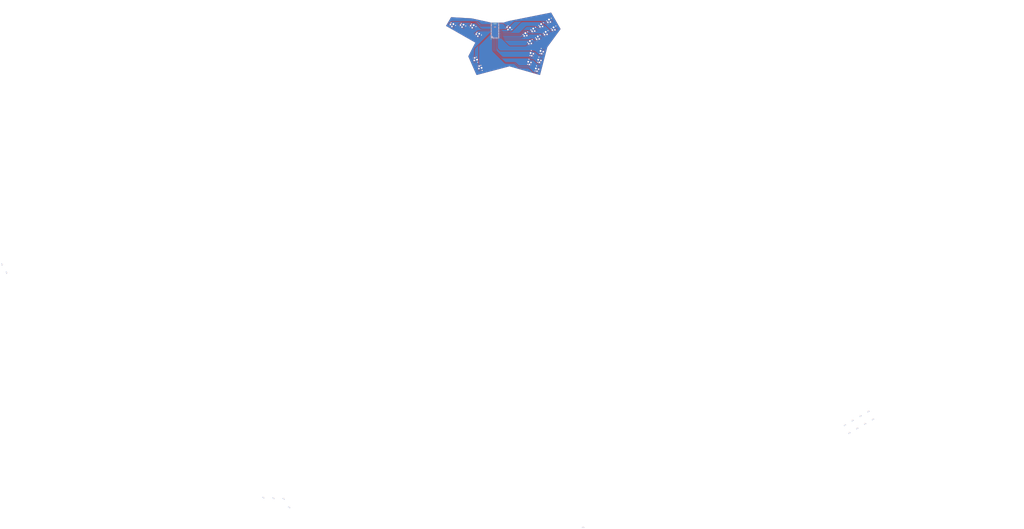
<source format=kicad_pcb>
(kicad_pcb (version 20221018) (generator pcbnew)
  (layers (0 "F.Cu" signal) (31 "B.Cu" signal) (34 "B.Paste" user) (35 "F.Paste" user) (36 "B.SilkS" user "B.Silkscreen") (37 "F.SilkS" user "F.Silkscreen") (38 "B.Mask" user) (39 "F.Mask" user) (44 "Edge.Cuts" user))
  (net 0 "")
  (net 1 "L key")
  (net 2 "GND")
  (net 3 "left")
  (net 4 "down")
  (net 5 "right")
  (net 6 "modx")
  (net 7 "mody")
  (net 8 "r_button")
  (net 9 "y_button")
  (net 10 "ls_button")
  (net 11 "ms_button")
  (net 12 "b_button")
  (net 13 "x_button")
  (net 14 "z_button")
  (net 15 "up")
  (net 16 "c-l")
  (net 17 "c-u")
  (net 18 "c-d")
  (net 19 "a_button")
  (net 20 "c-r")
  (net 21 "start")
  (footprint "PCM_marbastlib-xp-promicroish:Helios_AH_USBup" (layer "F.Cu") (at 128.143 65.659)
    (fp_text reference "U1")
    (fp_text value "Helios")
  )
  (footprint "Diode_SMD:D_SOD-123" (layer "B.Cu") (at -303.651121 1065.006242 150)
    (fp_text reference "D4")
    (fp_text value "1N4148W")
  )
  (footprint "Diode_SMD:D_SOD-123" (layer "B.Cu") (at -336.646689 1045.956242 150)
    (fp_text reference "D2")
    (fp_text value "1N4148W")
  )
  (footprint "PCM_marbastlib-choc:SW_choc_v1_HS_1u" (layer "B.Cu") (at 208.355076 60.027 -150)
    (fp_text reference "CH8")
    (fp_text value "choc_SW_HS")
  )
  (footprint "PCM_marbastlib-choc:SW_choc_v1_HS_1u" (layer "B.Cu") (at 197.823854 129.58342 -105)
    (fp_text reference "CH15")
    (fp_text value "choc_SW_HS")
  )
  (footprint "PCM_marbastlib-choc:SW_choc_v1_HS_1u" (layer "B.Cu") (at 202.754357 111.182533 -105)
    (fp_text reference "CH16")
    (fp_text value "choc_SW_HS")
  )
  (footprint "PCM_marbastlib-choc:SW_choc_v1_HS_1u" (layer "B.Cu") (at 218.689992 125.313479 -105)
    (fp_text reference "CH18")
    (fp_text value "choc_SW_HS")
  )
  (footprint "Diode_SMD:D_SOD-123" (layer "B.Cu") (at -315.386405 1047.23235 150)
    (fp_text reference "D3")
    (fp_text value "1N4148W")
  )
  (footprint "Diode_SMD:D_SOD-123" (layer "B.Cu") (at -357.906973 1044.680134 150)
    (fp_text reference "D1")
    (fp_text value "1N4148W")
  )
  (footprint "Diode_SMD:D_SOD-123" (layer "B.Cu") (at 1263.519038 208.862211 -105)
    (fp_text reference "D16")
    (fp_text value "1N4148W")
  )
  (footprint "PCM_marbastlib-choc:SW_choc_v1_HS_1u" (layer "B.Cu") (at 223.620495 106.912592 -105)
    (fp_text reference "CH19")
    (fp_text value "choc_SW_HS")
  )
  (footprint "PCM_marbastlib-choc:SW_choc_v1_HS_1u" (layer "B.Cu") (at 159.512 57.912 135)
    (fp_text reference "CH20")
    (fp_text value "choc_SW_HS")
  )
  (footprint "Diode_SMD:D_SOD-123" (layer "B.Cu") (at -906.183187 555.247505 105)
    (fp_text reference "D5")
    (fp_text value "1N4148W")
  )
  (footprint "Diode_SMD:D_SOD-123" (layer "B.Cu") (at 313.001502 1107.286973 180)
    (fp_text reference "D20")
    (fp_text value "1N4148W")
  )
  (footprint "Diode_SMD:D_SOD-123" (layer "B.Cu") (at 887.912568 899.699632 -150)
    (fp_text reference "D12")
    (fp_text value "1N4148W")
  )
  (footprint "Diode_SMD:D_SOD-123" (layer "B.Cu") (at 1258.588535 227.263098 -105)
    (fp_text reference "D15")
    (fp_text value "1N4148W")
  )
  (footprint "Diode_SMD:D_SOD-123" (layer "B.Cu") (at 894.885352 873.676848 -150)
    (fp_text reference "D9")
    (fp_text value "1N4148W")
  )
  (footprint "PCM_marbastlib-choc:SW_choc_v1_HS_1u" (layer "B.Cu") (at 217.880076 76.524784 -150)
    (fp_text reference "CH12")
    (fp_text value "choc_SW_HS")
  )
  (footprint "Diode_SMD:D_SOD-123" (layer "B.Cu") (at 1284.385177 204.59227 -105)
    (fp_text reference "D19")
    (fp_text value "1N4148W")
  )
  (footprint "Diode_SMD:D_SOD-123" (layer "B.Cu") (at 878.387568 883.201848 -150)
    (fp_text reference "D8")
    (fp_text value "1N4148W")
  )
  (footprint "PCM_marbastlib-choc:SW_choc_v1_HS_1u" (layer "B.Cu") (at 40.797608 50.502 150)
    (fp_text reference "CH1")
    (fp_text value "choc_SW_HS")
  )
  (footprint "PCM_marbastlib-choc:SW_choc_v1_HS_1u" (layer "B.Cu") (at 213.759489 143.714366 -105)
    (fp_text reference "CH17")
    (fp_text value "choc_SW_HS")
  )
  (footprint "Diode_SMD:D_SOD-123" (layer "B.Cu") (at 1274.524171 241.394044 -105)
    (fp_text reference "D17")
    (fp_text value "1N4148W")
  )
  (footprint "PCM_marbastlib-choc:SW_choc_v1_HS_1u" (layer "B.Cu") (at 201.382292 86.049784 -150)
    (fp_text reference "CH11")
    (fp_text value "choc_SW_HS")
  )
  (footprint "Diode_SMD:D_SOD-123" (layer "B.Cu") (at 1279.454674 222.993157 -105)
    (fp_text reference "D18")
    (fp_text value "1N4148W")
  )
  (footprint "PCM_marbastlib-choc:SW_choc_v1_HS_1u" (layer "B.Cu") (at 224.85286 50.502 -150)
    (fp_text reference "CH9")
    (fp_text value "choc_SW_HS")
  )
  (footprint "Diode_SMD:D_SOD-123" (layer "B.Cu") (at -896.652463 572.415766 105)
    (fp_text reference "D6")
    (fp_text value "1N4148W")
  )
  (footprint "Diode_SMD:D_SOD-123" (layer "B.Cu") (at 911.383136 864.151848 -150)
    (fp_text reference "D10")
    (fp_text value "1N4148W")
  )
  (footprint "PCM_marbastlib-choc:SW_choc_v1_HS_1u" (layer "B.Cu") (at 99.965316 142.458964 105)
    (fp_text reference "CH6")
    (fp_text value "choc_SW_HS")
  )
  (footprint "PCM_marbastlib-choc:SW_choc_v1_HS_1u" (layer "B.Cu") (at 250.875644 57.474784 -150)
    (fp_text reference "CH14")
    (fp_text value "choc_SW_HS")
  )
  (footprint "Diode_SMD:D_SOD-123" (layer "B.Cu") (at 904.410352 890.174632 -150)
    (fp_text reference "D13")
    (fp_text value "1N4148W")
  )
  (footprint "PCM_marbastlib-choc:SW_choc_v1_HS_1u" (layer "B.Cu") (at 95.05346 70.828108 150)
    (fp_text reference "CH4")
    (fp_text value "choc_SW_HS")
  )
  (footprint "PCM_marbastlib-choc:SW_choc_v1_HS_1u" (layer "B.Cu") (at 62.057892 51.778108 150)
    (fp_text reference "CH2")
    (fp_text value "choc_SW_HS")
  )
  (footprint "Diode_SMD:D_SOD-123" (layer "B.Cu") (at 871.414784 909.224632 -150)
    (fp_text reference "D11")
    (fp_text value "1N4148W")
  )
  (footprint "PCM_marbastlib-choc:SW_choc_v1_HS_1u" (layer "B.Cu") (at 191.857292 69.552 -150)
    (fp_text reference "CH7")
    (fp_text value "choc_SW_HS")
  )
  (footprint "Diode_SMD:D_SOD-123" (layer "B.Cu") (at 920.908136 880.649632 -150)
    (fp_text reference "D14")
    (fp_text value "1N4148W")
  )
  (footprint "PCM_marbastlib-choc:SW_choc_v1_HS_1u" (layer "B.Cu") (at 83.318176 53.054216 150)
    (fp_text reference "CH3")
    (fp_text value "choc_SW_HS")
  )
  (footprint "PCM_marbastlib-choc:SW_choc_v1_HS_1u" (layer "B.Cu") (at 241.350644 40.977 -150)
    (fp_text reference "CH10")
    (fp_text value "choc_SW_HS")
  )
  (footprint "Diode_SMD:D_SOD-123" (layer "B.Cu") (at 861.889784 892.726848 -150)
    (fp_text reference "D7")
    (fp_text value "1N4148W")
  )
  (footprint "PCM_marbastlib-choc:SW_choc_v1_HS_1u" (layer "B.Cu") (at 234.37786 66.999784 -150)
    (fp_text reference "CH13")
    (fp_text value "choc_SW_HS")
  )
  (footprint "PCM_marbastlib-choc:SW_choc_v1_HS_1u" (layer "B.Cu") (at 90.434592 125.290703 105)
    (fp_text reference "CH5")
    (fp_text value "choc_SW_HS")
  )
  (gr_line (start 86.868 89.408) (end 72.136 118.364) (stroke (width 0.1)) (layer "Edge.Cuts"))
  (gr_line (start 118.872 47.244) (end 146.812 47.244) (stroke (width 0.1)) (layer "Edge.Cuts"))
  (gr_line (start 222.504 157.48) (end 158.496 139.192) (stroke (width 0.1)) (layer "Edge.Cuts"))
  (gr_line (start 25.4 54.356) (end 86.868 89.408) (stroke (width 0.1)) (layer "Edge.Cuts"))
  (gr_line (start 237.744 99.06) (end 222.504 157.48) (stroke (width 0.1)) (layer "Edge.Cuts"))
  (gr_line (start 156.972 44.196) (end 245.872 26.416) (stroke (width 0.1)) (layer "Edge.Cuts"))
  (gr_line (start 79.248 38.608) (end 118.872 47.244) (stroke (width 0.1)) (layer "Edge.Cuts"))
  (gr_line (start 25.4 54.356) (end 36.068 36.068) (stroke (width 0.1)) (layer "Edge.Cuts"))
  (gr_line (start 89.408 157.48) (end 72.136 118.364) (stroke (width 0.1)) (layer "Edge.Cuts"))
  (gr_line (start 265.684 60.96) (end 237.744 99.06) (stroke (width 0.1)) (layer "Edge.Cuts"))
  (gr_line (start 245.872 26.416) (end 265.684 60.96) (stroke (width 0.1)) (layer "Edge.Cuts"))
  (gr_line (start 158.496 139.192) (end 89.408 157.48) (stroke (width 0.1)) (layer "Edge.Cuts"))
  (gr_line (start 146.812 47.244) (end 156.972 44.196) (stroke (width 0.1)) (layer "Edge.Cuts"))
  (gr_line (start 36.068 36.068) (end 79.248 38.608) (stroke (width 0.1)) (layer "Edge.Cuts"))
  (segment (start 94.049792 46.805792) (end 97.466207 50.222207) (width 0.25) (layer "B.Cu") (net 1))
  (segment (start 90.202036 45.212) (end 38.451287 45.212) (width 0.25) (layer "B.Cu") (net 1))
  (segment (start 101.313963 51.816) (end 120.306197 51.816) (width 0.25) (layer "B.Cu") (net 1))
  (segment (start 34.603531 46.805792) (end 31.782229 49.627095) (width 0.25) (layer "B.Cu") (net 1))
  (segment (start 120.4595 51.7525) (end 120.523 51.689) (width 0.25) (layer "B.Cu") (net 1))
  (arc (start 94.049792 46.805792) (mid 92.284426 45.626213) (end 90.202036 45.212) (width 0.25) (layer "B.Cu") (net 1))
  (arc (start 38.451287 45.212) (mid 36.368896 45.626213) (end 34.603531 46.805792) (width 0.25) (layer "B.Cu") (net 1))
  (arc (start 97.466207 50.222207) (mid 99.231572 51.401786) (end 101.313963 51.816) (width 0.25) (layer "B.Cu") (net 1))
  (arc (start 120.4595 51.7525) (mid 120.389164 51.799496) (end 120.306197 51.816) (width 0.25) (layer "B.Cu") (net 1))
  (segment (start 89.985792 48.329792) (end 94.418207 52.762207) (width 0.25) (layer "B.Cu") (net 3))
  (segment (start 98.265963 54.356) (end 120.306197 54.356) (width 0.25) (layer "B.Cu") (net 3))
  (segment (start 55.302206 48.329792) (end 53.153428 50.478571) (width 0.25) (layer "B.Cu") (net 3))
  (segment (start 53.042513 50.746345) (end 53.042513 50.903203) (width 0.25) (layer "B.Cu") (net 3))
  (segment (start 59.149963 46.736) (end 86.138036 46.736) (width 0.25) (layer "B.Cu") (net 3))
  (segment (start 120.4595 54.2925) (end 120.523 54.229) (width 0.25) (layer "B.Cu") (net 3))
  (arc (start 59.149963 46.736) (mid 57.067572 47.150213) (end 55.302206 48.329792) (width 0.25) (layer "B.Cu") (net 3))
  (arc (start 120.4595 54.2925) (mid 120.389164 54.339496) (end 120.306197 54.356) (width 0.25) (layer "B.Cu") (net 3))
  (arc (start 89.985792 48.329792) (mid 88.220426 47.150213) (end 86.138036 46.736) (width 0.25) (layer "B.Cu") (net 3))
  (arc (start 53.153428 50.478571) (mid 53.071338 50.601426) (end 53.042513 50.746345) (width 0.25) (layer "B.Cu") (net 3))
  (arc (start 94.418207 52.762207) (mid 96.183572 53.941786) (end 98.265963 54.356) (width 0.25) (layer "B.Cu") (net 3))
  (segment (start 79.977963 48.26) (end 84.106036 48.26) (width 0.25) (layer "B.Cu") (net 4))
  (segment (start 120.3325 61.6585) (end 120.523 61.849) (width 0.25) (layer "B.Cu") (net 4))
  (segment (start 74.478904 51.505095) (end 76.130207 49.853792) (width 0.25) (layer "B.Cu") (net 4))
  (segment (start 74.302797 51.930257) (end 74.302797 52.179311) (width 0.25) (layer "B.Cu") (net 4))
  (segment (start 97.974207 59.874207) (end 87.953792 49.853792) (width 0.25) (layer "B.Cu") (net 4))
  (segment (start 119.872592 61.468) (end 101.821963 61.468) (width 0.25) (layer "B.Cu") (net 4))
  (arc (start 74.478904 51.505095) (mid 74.348565 51.700161) (end 74.302797 51.930257) (width 0.25) (layer "B.Cu") (net 4))
  (arc (start 79.977963 48.26) (mid 77.895572 48.674213) (end 76.130207 49.853792) (width 0.25) (layer "B.Cu") (net 4))
  (arc (start 87.953792 49.853792) (mid 86.188426 48.674213) (end 84.106036 48.26) (width 0.25) (layer "B.Cu") (net 4))
  (arc (start 97.974207 59.874207) (mid 99.739572 61.053786) (end 101.821963 61.468) (width 0.25) (layer "B.Cu") (net 4))
  (arc (start 120.3325 61.6585) (mid 120.121492 61.517509) (end 119.872592 61.468) (width 0.25) (layer "B.Cu") (net 4))
  (segment (start 86.038081 69.935561) (end 86.038081 69.953203) (width 0.25) (layer "B.Cu") (net 5))
  (segment (start 120.4595 64.4525) (end 120.523 64.389) (width 0.25) (layer "B.Cu") (net 5))
  (segment (start 120.306197 64.516) (end 93.693963 64.516) (width 0.25) (layer "B.Cu") (net 5))
  (segment (start 86.050555 69.905444) (end 89.846207 66.109792) (width 0.25) (layer "B.Cu") (net 5))
  (arc (start 120.4595 64.4525) (mid 120.389164 64.499496) (end 120.306197 64.516) (width 0.25) (layer "B.Cu") (net 5))
  (arc (start 86.050555 69.905444) (mid 86.041322 69.919261) (end 86.038081 69.935561) (width 0.25) (layer "B.Cu") (net 5))
  (arc (start 93.693963 64.516) (mid 91.611572 64.930213) (end 89.846207 66.109792) (width 0.25) (layer "B.Cu") (net 5))
  (segment (start 84.757203 118.218419) (end 84.678407 118.297216) (width 0.25) (layer "B.Cu") (net 6))
  (segment (start 84.836 104.869963) (end 84.836 118.028187) (width 0.25) (layer "B.Cu") (net 6))
  (segment (start 86.429792 101.022207) (end 120.523 66.929) (width 0.25) (layer "B.Cu") (net 6))
  (arc (start 84.836 118.028187) (mid 84.815521 118.13114) (end 84.757203 118.218419) (width 0.25) (layer "B.Cu") (net 6))
  (arc (start 86.429792 101.022207) (mid 85.250213 102.787572) (end 84.836 104.869963) (width 0.25) (layer "B.Cu") (net 6))
  (segment (start 93.98 135.074325) (end 93.98 98.265963) (width 0.25) (layer "B.Cu") (net 7))
  (segment (start 94.094565 135.350911) (end 94.209131 135.465477) (width 0.25) (layer "B.Cu") (net 7))
  (segment (start 95.573792 94.418207) (end 120.523 69.469) (width 0.25) (layer "B.Cu") (net 7))
  (arc (start 93.98 135.074325) (mid 94.009774 135.224012) (end 94.094565 135.350911) (width 0.25) (layer "B.Cu") (net 7))
  (arc (start 95.573792 94.418207) (mid 94.394213 96.183572) (end 93.98 98.265963) (width 0.25) (layer "B.Cu") (net 7))
  (segment (start 185.067913 78.446095) (end 186.591913 76.922095) (width 0.25) (layer "B.Cu") (net 8))
  (segment (start 135.8265 74.6125) (end 135.763 74.549) (width 0.25) (layer "B.Cu") (net 8))
  (segment (start 145.432302 78.376302) (end 143.325792 76.269792) (width 0.25) (layer "B.Cu") (net 8))
  (segment (start 139.478036 74.676) (end 135.979802 74.676) (width 0.25) (layer "B.Cu") (net 8))
  (segment (start 149.280058 79.970095) (end 181.388651 79.970095) (width 0.25) (layer "B.Cu") (net 8))
  (arc (start 135.8265 74.6125) (mid 135.896835 74.659496) (end 135.979802 74.676) (width 0.25) (layer "B.Cu") (net 8))
  (arc (start 145.432302 78.376302) (mid 147.197667 79.555881) (end 149.280058 79.970095) (width 0.25) (layer "B.Cu") (net 8))
  (arc (start 143.325792 76.269792) (mid 141.560426 75.090213) (end 139.478036 74.676) (width 0.25) (layer "B.Cu") (net 8))
  (arc (start 185.067913 78.446095) (mid 183.379853 79.57402) (end 181.388651 79.970095) (width 0.25) (layer "B.Cu") (net 8))
  (segment (start 147.025064 72.644) (end 177.578036 72.644) (width 0.25) (layer "B.Cu") (net 9))
  (segment (start 139.359935 69.469) (end 135.763 69.469) (width 0.25) (layer "B.Cu") (net 9))
  (segment (start 203.061396 67.397095) (end 203.089697 67.397095) (width 0.25) (layer "B.Cu") (net 9))
  (segment (start 201.237792 65.601792) (end 203.013083 67.377083) (width 0.25) (layer "B.Cu") (net 9))
  (segment (start 181.425792 71.050207) (end 186.874207 65.601792) (width 0.25) (layer "B.Cu") (net 9))
  (segment (start 197.390036 64.008) (end 190.721963 64.008) (width 0.25) (layer "B.Cu") (net 9))
  (arc (start 190.721963 64.008) (mid 188.639572 64.422213) (end 186.874207 65.601792) (width 0.25) (layer "B.Cu") (net 9))
  (arc (start 143.1925 71.0565) (mid 141.434104 69.881577) (end 139.359935 69.469) (width 0.25) (layer "B.Cu") (net 9))
  (arc (start 143.1925 71.0565) (mid 144.950895 72.231422) (end 147.025064 72.644) (width 0.25) (layer "B.Cu") (net 9))
  (arc (start 203.013083 67.377083) (mid 203.035249 67.391894) (end 203.061396 67.397095) (width 0.25) (layer "B.Cu") (net 9))
  (arc (start 181.425792 71.050207) (mid 179.660426 72.229786) (end 177.578036 72.644) (width 0.25) (layer "B.Cu") (net 9))
  (arc (start 201.237792 65.601792) (mid 199.472426 64.422213) (end 197.390036 64.008) (width 0.25) (layer "B.Cu") (net 9))
  (segment (start 180.917792 68.510207) (end 192.462207 56.965792) (width 0.25) (layer "B.Cu") (net 10))
  (segment (start 215.118047 56.622047) (end 215.22987 56.73387) (width 0.25) (layer "B.Cu") (net 10))
  (segment (start 146.935261 70.104) (end 177.070036 70.104) (width 0.25) (layer "B.Cu") (net 10))
  (segment (start 135.8265 66.9925) (end 135.763 66.929) (width 0.25) (layer "B.Cu") (net 10))
  (segment (start 217.977788 57.872095) (end 219.587481 57.872095) (width 0.25) (layer "B.Cu") (net 10))
  (segment (start 212.100165 55.372) (end 196.309963 55.372) (width 0.25) (layer "B.Cu") (net 10))
  (segment (start 139.576738 67.056) (end 135.979802 67.056) (width 0.25) (layer "B.Cu") (net 10))
  (arc (start 196.309963 55.372) (mid 194.227572 55.786213) (end 192.462207 56.965792) (width 0.25) (layer "B.Cu") (net 10))
  (arc (start 143.256 68.58) (mid 144.944059 69.707925) (end 146.935261 70.104) (width 0.25) (layer "B.Cu") (net 10))
  (arc (start 143.256 68.58) (mid 141.56794 67.452074) (end 139.576738 67.056) (width 0.25) (layer "B.Cu") (net 10))
  (arc (start 180.917792 68.510207) (mid 179.152426 69.689786) (end 177.070036 70.104) (width 0.25) (layer "B.Cu") (net 10))
  (arc (start 135.8265 66.9925) (mid 135.896835 67.039496) (end 135.979802 67.056) (width 0.25) (layer "B.Cu") (net 10))
  (arc (start 215.118047 56.622047) (mid 213.733431 55.696876) (end 212.100165 55.372) (width 0.25) (layer "B.Cu") (net 10))
  (arc (start 215.22987 56.73387) (mid 216.490625 57.576279) (end 217.977788 57.872095) (width 0.25) (layer "B.Cu") (net 10))
  (segment (start 167.570207 46.297792) (end 153.485792 60.382207) (width 0.25) (layer "B.Cu") (net 11))
  (segment (start 135.979802 61.976) (end 149.638036 61.976) (width 0.25) (layer "B.Cu") (net 11))
  (segment (start 236.085265 48.23618) (end 236.085265 48.347095) (width 0.25) (layer "B.Cu") (net 11))
  (segment (start 135.8265 61.9125) (end 135.763 61.849) (width 0.25) (layer "B.Cu") (net 11))
  (segment (start 171.417963 44.704) (end 230.410036 44.704) (width 0.25) (layer "B.Cu") (net 11))
  (segment (start 234.257792 46.297792) (end 236.006836 48.046836) (width 0.25) (layer "B.Cu") (net 11))
  (arc (start 236.006836 48.046836) (mid 236.064881 48.133707) (end 236.085265 48.23618) (width 0.25) (layer "B.Cu") (net 11))
  (arc (start 153.485792 60.382207) (mid 151.720426 61.561786) (end 149.638036 61.976) (width 0.25) (layer "B.Cu") (net 11))
  (arc (start 234.257792 46.297792) (mid 232.492426 45.118213) (end 230.410036 44.704) (width 0.25) (layer "B.Cu") (net 11))
  (arc (start 135.8265 61.9125) (mid 135.896835 61.959496) (end 135.979802 61.976) (width 0.25) (layer "B.Cu") (net 11))
  (arc (start 171.417963 44.704) (mid 169.335572 45.118213) (end 167.570207 46.297792) (width 0.25) (layer "B.Cu") (net 11))
  (segment (start 160.697842 96.467879) (end 190.913651 96.467879) (width 0.25) (layer "B.Cu") (net 12))
  (segment (start 143.325792 81.349792) (end 156.850086 94.874086) (width 0.25) (layer "B.Cu") (net 12))
  (segment (start 135.8265 79.6925) (end 135.763 79.629) (width 0.25) (layer "B.Cu") (net 12))
  (segment (start 139.478036 79.756) (end 135.979802 79.756) (width 0.25) (layer "B.Cu") (net 12))
  (segment (start 194.592913 94.943879) (end 196.116913 93.419879) (width 0.25) (layer "B.Cu") (net 12))
  (arc (start 194.592913 94.943879) (mid 192.904853 96.071804) (end 190.913651 96.467879) (width 0.25) (layer "B.Cu") (net 12))
  (arc (start 143.325792 81.349792) (mid 141.560426 80.170213) (end 139.478036 79.756) (width 0.25) (layer "B.Cu") (net 12))
  (arc (start 156.850086 94.874086) (mid 158.615451 96.053665) (end 160.697842 96.467879) (width 0.25) (layer "B.Cu") (net 12))
  (arc (start 135.8265 79.6925) (mid 135.896835 79.739496) (end 135.979802 79.756) (width 0.25) (layer "B.Cu") (net 12))
  (segment (start 146.742207 82.226207) (end 143.325792 78.809792) (width 0.25) (layer "B.Cu") (net 13))
  (segment (start 206.282211 81.788) (end 203.11284 81.788) (width 0.25) (layer "B.Cu") (net 13))
  (segment (start 135.8265 77.1525) (end 135.763 77.089) (width 0.25) (layer "B.Cu") (net 13))
  (segment (start 208.825439 82.841439) (end 208.911621 82.927621) (width 0.25) (layer "B.Cu") (net 13))
  (segment (start 211.246788 83.894879) (end 212.614697 83.894879) (width 0.25) (layer "B.Cu") (net 13))
  (segment (start 139.478036 77.216) (end 135.979802 77.216) (width 0.25) (layer "B.Cu") (net 13))
  (segment (start 150.589963 83.82) (end 198.207159 83.82) (width 0.25) (layer "B.Cu") (net 13))
  (arc (start 146.742207 82.226207) (mid 148.507572 83.405786) (end 150.589963 83.82) (width 0.25) (layer "B.Cu") (net 13))
  (arc (start 208.911621 82.927621) (mid 209.983004 83.643496) (end 211.246788 83.894879) (width 0.25) (layer "B.Cu") (net 13))
  (arc (start 135.8265 77.1525) (mid 135.896835 77.199496) (end 135.979802 77.216) (width 0.25) (layer "B.Cu") (net 13))
  (arc (start 203.11284 81.788) (mid 201.785372 82.052049) (end 200.66 82.804) (width 0.25) (layer "B.Cu") (net 13))
  (arc (start 143.325792 78.809792) (mid 141.560426 77.630213) (end 139.478036 77.216) (width 0.25) (layer "B.Cu") (net 13))
  (arc (start 208.825439 82.841439) (mid 207.658596 82.061779) (end 206.282211 81.788) (width 0.25) (layer "B.Cu") (net 13))
  (arc (start 200.66 82.804) (mid 199.534626 83.55595) (end 198.207159 83.82) (width 0.25) (layer "B.Cu") (net 13))
  (segment (start 197.542207 69.526207) (end 196.665792 68.649792) (width 0.25) (layer "B.Cu") (net 14))
  (segment (start 223.608638 71.12) (end 201.389963 71.12) (width 0.25) (layer "B.Cu") (net 14))
  (segment (start 178.594036 75.184) (end 146.935261 75.184) (width 0.25) (layer "B.Cu") (net 14))
  (segment (start 227.456394 72.713792) (end 229.112481 74.369879) (width 0.25) (layer "B.Cu") (net 14))
  (segment (start 191.229963 67.056) (end 192.818036 67.056) (width 0.25) (layer "B.Cu") (net 14))
  (segment (start 135.8265 72.0725) (end 135.763 72.009) (width 0.25) (layer "B.Cu") (net 14))
  (segment (start 135.979802 72.136) (end 139.576738 72.136) (width 0.25) (layer "B.Cu") (net 14))
  (segment (start 187.382207 68.649792) (end 182.441792 73.590207) (width 0.25) (layer "B.Cu") (net 14))
  (arc (start 182.441792 73.590207) (mid 180.676426 74.769786) (end 178.594036 75.184) (width 0.25) (layer "B.Cu") (net 14))
  (arc (start 143.256 73.66) (mid 144.944059 74.787925) (end 146.935261 75.184) (width 0.25) (layer "B.Cu") (net 14))
  (arc (start 143.256 73.66) (mid 141.56794 72.532074) (end 139.576738 72.136) (width 0.25) (layer "B.Cu") (net 14))
  (arc (start 227.456394 72.713792) (mid 225.691028 71.534213) (end 223.608638 71.12) (width 0.25) (layer "B.Cu") (net 14))
  (arc (start 197.542207 69.526207) (mid 199.307572 70.705786) (end 201.389963 71.12) (width 0.25) (layer "B.Cu") (net 14))
  (arc (start 135.8265 72.0725) (mid 135.896835 72.119496) (end 135.979802 72.136) (width 0.25) (layer "B.Cu") (net 14))
  (arc (start 196.665792 68.649792) (mid 194.900426 67.470213) (end 192.818036 67.056) (width 0.25) (layer "B.Cu") (net 14))
  (arc (start 191.229963 67.056) (mid 189.147572 67.470213) (end 187.382207 68.649792) (width 0.25) (layer "B.Cu") (net 14))
  (segment (start 160.306036 67.056) (end 146.157853 67.056) (width 0.25) (layer "B.Cu") (net 15))
  (segment (start 186.149963 45.72) (end 221.774036 45.72) (width 0.25) (layer "B.Cu") (net 15))
  (segment (start 232.516817 51.751431) (end 245.610265 64.844879) (width 0.25) (layer "B.Cu") (net 15))
  (segment (start 182.302207 47.313792) (end 164.153792 65.462207) (width 0.25) (layer "B.Cu") (net 15))
  (segment (start 139.719146 64.389) (end 135.763 64.389) (width 0.25) (layer "B.Cu") (net 15))
  (segment (start 228.321796 50.013796) (end 225.621792 47.313792) (width 0.25) (layer "B.Cu") (net 15))
  (arc (start 232.516817 51.751431) (mid 231.554471 51.108412) (end 230.419307 50.882614) (width 0.25) (layer "B.Cu") (net 15))
  (arc (start 186.149963 45.72) (mid 184.067572 46.134213) (end 182.302207 47.313792) (width 0.25) (layer "B.Cu") (net 15))
  (arc (start 164.153792 65.462207) (mid 162.388426 66.641786) (end 160.306036 67.056) (width 0.25) (layer "B.Cu") (net 15))
  (arc (start 142.9385 65.7225) (mid 144.415551 66.709434) (end 146.157853 67.056) (width 0.25) (layer "B.Cu") (net 15))
  (arc (start 225.621792 47.313792) (mid 223.856426 46.134213) (end 221.774036 45.72) (width 0.25) (layer "B.Cu") (net 15))
  (arc (start 142.9385 65.7225) (mid 141.461447 64.735565) (end 139.719146 64.389) (width 0.25) (layer "B.Cu") (net 15))
  (arc (start 228.321796 50.013796) (mid 229.284142 50.656815) (end 230.419307 50.882614) (width 0.25) (layer "B.Cu") (net 15))
  (segment (start 125.476 79.845802) (end 125.476 104.426036) (width 0.25) (layer "B.Cu") (net 16))
  (segment (start 125.5395 79.6925) (end 125.603 79.629) (width 0.25) (layer "B.Cu") (net 16))
  (segment (start 180.396013 138.51805) (end 199.312113 138.51805) (width 0.25) (layer "B.Cu") (net 16))
  (segment (start 172.281792 132.657792) (end 176.548257 136.924257) (width 0.25) (layer "B.Cu") (net 16))
  (segment (start 152.113963 131.064) (end 168.434036 131.064) (width 0.25) (layer "B.Cu") (net 16))
  (segment (start 148.266207 129.470207) (end 127.069792 108.273792) (width 0.25) (layer "B.Cu") (net 16))
  (arc (start 148.266207 129.470207) (mid 150.031572 130.649786) (end 152.113963 131.064) (width 0.25) (layer "B.Cu") (net 16))
  (arc (start 125.476 104.426036) (mid 125.890213 106.508426) (end 127.069792 108.273792) (width 0.25) (layer "B.Cu") (net 16))
  (arc (start 125.5395 79.6925) (mid 125.492503 79.762835) (end 125.476 79.845802) (width 0.25) (layer "B.Cu") (net 16))
  (arc (start 176.548257 136.924257) (mid 178.313622 138.103836) (end 180.396013 138.51805) (width 0.25) (layer "B.Cu") (net 16))
  (arc (start 172.281792 132.657792) (mid 170.516426 131.478213) (end 168.434036 131.064) (width 0.25) (layer "B.Cu") (net 16))
  (segment (start 146.247126 120.117163) (end 204.242616 120.117163) (width 0.25) (layer "B.Cu") (net 17))
  (segment (start 132.149792 108.273792) (end 142.39937 118.52337) (width 0.25) (layer "B.Cu") (net 17))
  (segment (start 130.6195 79.6925) (end 130.683 79.629) (width 0.25) (layer "B.Cu") (net 17))
  (segment (start 130.556 104.426036) (end 130.556 79.845802) (width 0.25) (layer "B.Cu") (net 17))
  (arc (start 130.556 104.426036) (mid 130.970213 106.508426) (end 132.149792 108.273792) (width 0.25) (layer "B.Cu") (net 17))
  (arc (start 142.39937 118.52337) (mid 144.164735 119.702949) (end 146.247126 120.117163) (width 0.25) (layer "B.Cu") (net 17))
  (arc (start 130.6195 79.6925) (mid 130.572503 79.762835) (end 130.556 79.845802) (width 0.25) (layer "B.Cu") (net 17))
  (segment (start 124.529792 108.273792) (end 147.758207 131.502207) (width 0.25) (layer "B.Cu") (net 18))
  (segment (start 180.053963 142.24) (end 196.374036 142.24) (width 0.25) (layer "B.Cu") (net 18))
  (segment (start 207.443203 151.055203) (end 200.221792 143.833792) (width 0.25) (layer "B.Cu") (net 18))
  (segment (start 211.290959 152.648996) (end 215.247748 152.648996) (width 0.25) (layer "B.Cu") (net 18))
  (segment (start 176.206207 140.646207) (end 170.249792 134.689792) (width 0.25) (layer "B.Cu") (net 18))
  (segment (start 166.402036 133.096) (end 151.605963 133.096) (width 0.25) (layer "B.Cu") (net 18))
  (segment (start 122.9995 79.6925) (end 123.063 79.629) (width 0.25) (layer "B.Cu") (net 18))
  (segment (start 122.936 104.426036) (end 122.936 79.845802) (width 0.25) (layer "B.Cu") (net 18))
  (arc (start 207.443203 151.055203) (mid 209.208568 152.234782) (end 211.290959 152.648996) (width 0.25) (layer "B.Cu") (net 18))
  (arc (start 147.758207 131.502207) (mid 149.523572 132.681786) (end 151.605963 133.096) (width 0.25) (layer "B.Cu") (net 18))
  (arc (start 176.206207 140.646207) (mid 177.971572 141.825786) (end 180.053963 142.24) (width 0.25) (layer "B.Cu") (net 18))
  (arc (start 200.221792 143.833792) (mid 198.456426 142.654213) (end 196.374036 142.24) (width 0.25) (layer "B.Cu") (net 18))
  (arc (start 170.249792 134.689792) (mid 168.484426 133.510213) (end 166.402036 133.096) (width 0.25) (layer "B.Cu") (net 18))
  (arc (start 122.936 104.426036) (mid 123.350213 106.508426) (end 124.529792 108.273792) (width 0.25) (layer "B.Cu") (net 18))
  (arc (start 122.9995 79.6925) (mid 122.952503 79.762835) (end 122.936 79.845802) (width 0.25) (layer "B.Cu") (net 18))
  (segment (start 129.609792 108.273792) (end 141.662207 120.326207) (width 0.25) (layer "B.Cu") (net 19))
  (segment (start 197.996738 121.92) (end 145.509963 121.92) (width 0.25) (layer "B.Cu") (net 19))
  (segment (start 128.016 79.845802) (end 128.016 104.426036) (width 0.25) (layer "B.Cu") (net 19))
  (segment (start 128.0795 79.6925) (end 128.143 79.629) (width 0.25) (layer "B.Cu") (net 19))
  (segment (start 216.634456 133.322456) (end 209.873792 126.561792) (width 0.25) (layer "B.Cu") (net 19))
  (segment (start 218.86918 134.248109) (end 220.082007 134.248109) (width 0.25) (layer "B.Cu") (net 19))
  (segment (start 220.110196 134.180054) (end 220.042142 134.112) (width 0.25) (layer "B.Cu") (net 19))
  (segment (start 206.026036 124.968) (end 205.355261 124.968) (width 0.25) (layer "B.Cu") (net 19))
  (arc (start 141.662207 120.326207) (mid 143.427572 121.505786) (end 145.509963 121.92) (width 0.25) (layer "B.Cu") (net 19))
  (arc (start 216.634456 133.322456) (mid 217.659756 134.007539) (end 218.86918 134.248109) (width 0.25) (layer "B.Cu") (net 19))
  (arc (start 201.676 123.444) (mid 199.98794 122.316074) (end 197.996738 121.92) (width 0.25) (layer "B.Cu") (net 19))
  (arc (start 201.676 123.444) (mid 203.364059 124.571925) (end 205.355261 124.968) (width 0.25) (layer "B.Cu") (net 19))
  (arc (start 128.0795 79.6925) (mid 128.032503 79.762835) (end 128.016 79.845802) (width 0.25) (layer "B.Cu") (net 19))
  (arc (start 220.110196 134.180054) (mid 220.118837 134.223499) (end 220.082007 134.248109) (width 0.25) (layer "B.Cu") (net 19))
  (arc (start 209.873792 126.561792) (mid 208.108426 125.382213) (end 206.026036 124.968) (width 0.25) (layer "B.Cu") (net 19))
  (arc (start 128.016 104.426036) (mid 128.430213 106.508426) (end 129.609792 108.273792) (width 0.25) (layer "B.Cu") (net 19))
  (segment (start 133.1595 79.6925) (end 133.223 79.629) (width 0.25) (layer "B.Cu") (net 20))
  (segment (start 212.921792 108.781792) (end 218.393429 114.253429) (width 0.25) (layer "B.Cu") (net 20))
  (segment (start 209.074036 107.188) (end 140.937963 107.188) (width 0.25) (layer "B.Cu") (net 20))
  (segment (start 134.689792 103.193792) (end 137.090207 105.594207) (width 0.25) (layer "B.Cu") (net 20))
  (segment (start 222.241185 115.847222) (end 225.108754 115.847222) (width 0.25) (layer "B.Cu") (net 20))
  (segment (start 133.096 79.845802) (end 133.096 99.346036) (width 0.25) (layer "B.Cu") (net 20))
  (arc (start 218.393429 114.253429) (mid 220.158794 115.433008) (end 222.241185 115.847222) (width 0.25) (layer "B.Cu") (net 20))
  (arc (start 133.1595 79.6925) (mid 133.112503 79.762835) (end 133.096 79.845802) (width 0.25) (layer "B.Cu") (net 20))
  (arc (start 137.090207 105.594207) (mid 138.855572 106.773786) (end 140.937963 107.188) (width 0.25) (layer "B.Cu") (net 20))
  (arc (start 133.096 99.346036) (mid 133.510213 101.428426) (end 134.689792 103.193792) (width 0.25) (layer "B.Cu") (net 20))
  (arc (start 212.921792 108.781792) (mid 211.156426 107.602213) (end 209.074036 107.188) (width 0.25) (layer "B.Cu") (net 20))
  (segment (start 143.415036 49.149) (end 135.763 49.149) (width 0.25) (layer "B.Cu") (net 21))
  (segment (start 151.030254 54.621904) (end 151.030254 54.733555) (width 0.25) (layer "B.Cu") (net 21))
  (segment (start 147.262792 50.742792) (end 150.951305 54.431305) (width 0.25) (layer "B.Cu") (net 21))
  (arc (start 147.262792 50.742792) (mid 145.497426 49.563213) (end 143.415036 49.149) (width 0.25) (layer "B.Cu") (net 21))
  (arc (start 150.951305 54.431305) (mid 151.009735 54.518752) (end 151.030254 54.621904) (width 0.25) (layer "B.Cu") (net 21))
  (zone (net 2) (net_name "GND") (layers "F&B.Cu") (connect_pads (clearance 0.5)) (min_thickness 0.25) (fill yes (thermal_gap 0.5) (thermal_bridge_width 0.5))
    (polygon (pts (xy 21.336 45.72) (xy 13.208 176.784) (xy 272.288 176.784) (xy 277.368 0) (xy 34.036 17.272)))
  )
)
</source>
